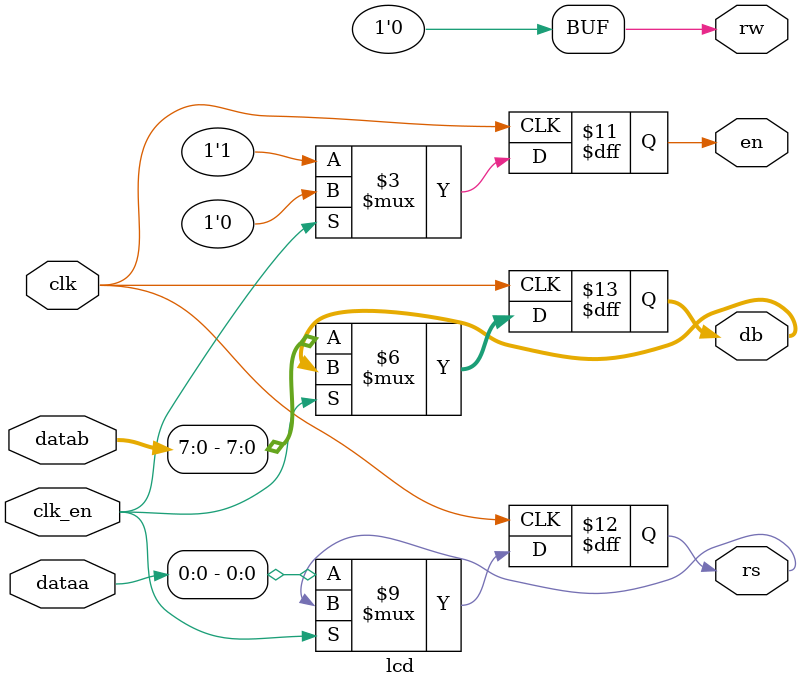
<source format=v>
module lcd(
	input clk,						//Entrada do clock da fpga														
	input clk_en,					//Clock enable vai ser chamado quando a função customizada for chamada
	input [31:0] dataa,			//Dataa 
	input [31:0] datab,			//Datab
	
	output     rw,					//Read(1) e Write(0)
	output reg en,					//Enable 
	output reg rs, 				//Seleção - Comando(0) e Dado(1)
	output reg [7:0] db
);
	
	assign rw = 1'b0; 			
	
	always @(posedge clk) begin // A cada subida de clock
		if(clk_en) begin // Se a função customizada foi chamada
			en <= 1'b0;				 //Confirma o dado atual
		end else begin
			en <= 1'b1;				 
			rs <= dataa[0];		 //Atualiza o rs
			db <= datab[7:0];		 //Atualiza o dado atual no barramento 
		end
	end
	
endmodule	
</source>
